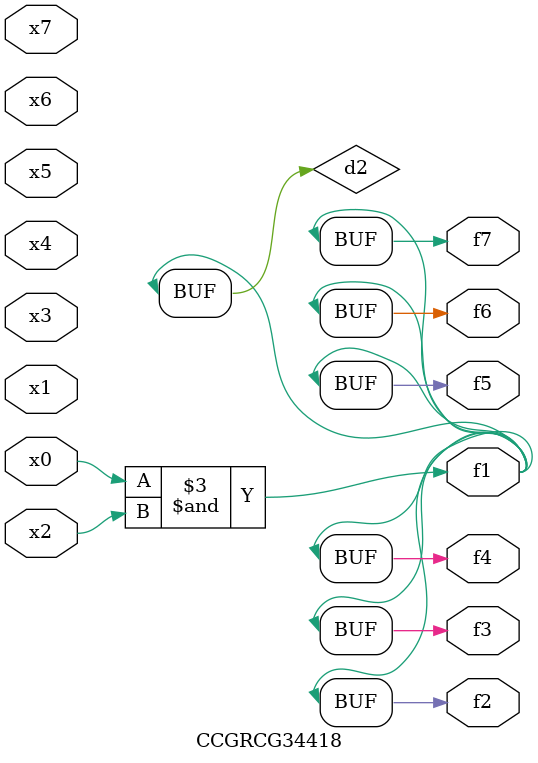
<source format=v>
module CCGRCG34418(
	input x0, x1, x2, x3, x4, x5, x6, x7,
	output f1, f2, f3, f4, f5, f6, f7
);

	wire d1, d2;

	nor (d1, x3, x6);
	and (d2, x0, x2);
	assign f1 = d2;
	assign f2 = d2;
	assign f3 = d2;
	assign f4 = d2;
	assign f5 = d2;
	assign f6 = d2;
	assign f7 = d2;
endmodule

</source>
